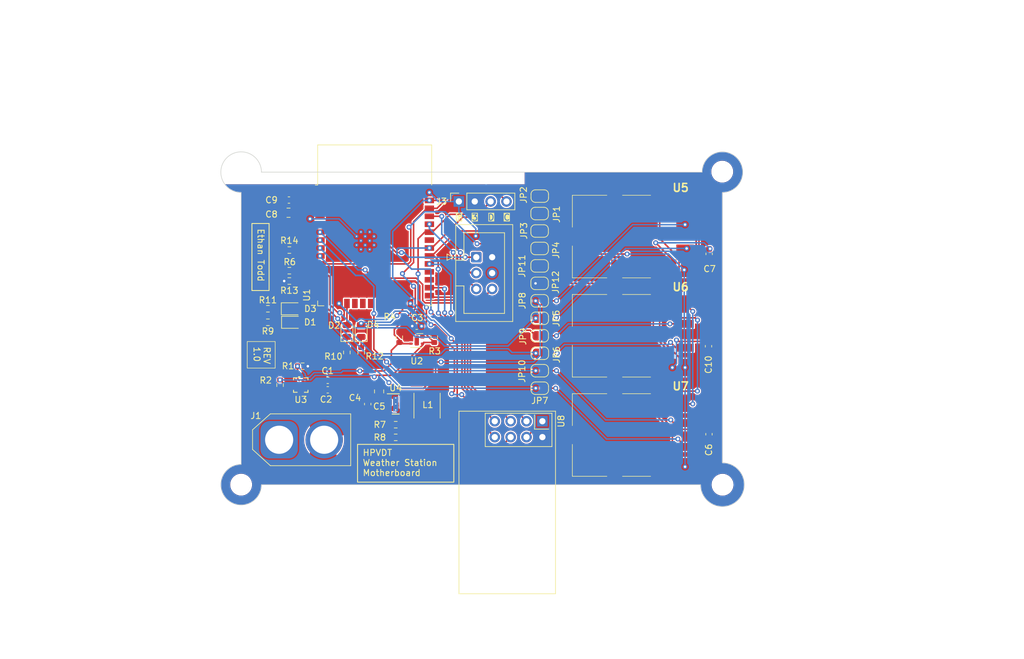
<source format=kicad_pcb>
(kicad_pcb (version 20221018) (generator pcbnew)
  (title_block (title "Weather station motherboard") (rev "1.0"))
  (layers (0 "F.Cu" signal) (31 "B.Cu" signal) (34 "B.Paste" user) (35 "F.Paste" user) (36 "B.SilkS" user "B.Silkscreen") (37 "F.SilkS" user "F.Silkscreen") (38 "B.Mask" user) (39 "F.Mask" user) (44 "Edge.Cuts" user))
  (net 0 "")
  (net 1 "GND")
  (net 2 "/EN")
  (net 3 "+3.3V")
  (net 4 "/TX")
  (net 5 "/RX")
  (net 6 "/IO0")
  (net 7 "/MISO_S")
  (net 8 "/MISO")
  (net 9 "/MOSI_S")
  (net 10 "/MOSI")
  (net 11 "/SCK_S")
  (net 12 "/SCK")
  (net 13 "/nRST_S")
  (net 14 "/nRST")
  (net 15 "/DAV_{1}_S")
  (net 16 "/DAV_{1}")
  (net 17 "/DAV_{2}_S")
  (net 18 "/DAV_{2}")
  (net 19 "/DAV_{3}_S")
  (net 20 "/DAV_{3}")
  (net 21 "/nSS_{1}_S")
  (net 22 "/nSS_{1}")
  (net 23 "/nSS_{2}_S")
  (net 24 "/nSS_{2}")
  (net 25 "/nSS_{3}_S")
  (net 26 "/nSS_{3}")
  (net 27 "GND1")
  (net 28 "+3.3VP")
  (net 31 "Net-(D1-K)")
  (net 32 "Net-(D3-A)")
  (net 33 "Net-(D1-A)")
  (net 34 "Net-(D2-A)")
  (net 41 "Net-(D4-A)")
  (net 42 "/RF_{INT}")
  (net 43 "/RF_{EN}")
  (net 46 "/RF_{SEL}")
  (net 48 "/SDA")
  (net 49 "/SCL")
  (net 52 "Net-(U4-~{SLEEP})")
  (net 53 "Net-(U4-SW)")
  (net 63 "Net-(J1-Pin_2)")
  (net 64 "Net-(D2-K)")
  (net 65 "Net-(D3-K)")
  (net 66 "Net-(D4-K)")
  (footprint "MountingHole:MountingHole_3mm" (layer "F.Cu") (at 205.77 138.26)
    (fp_text reference "H2" hide)
    (fp_text value "MountingHole" hide)
  )
  (footprint "Connector_IDC:IDC-Header_2x03_P2.54mm_Vertical" (layer "F.Cu") (at 166.37 101.854)
    (fp_text reference "J2" hide)
    (fp_text value "Conn_02x03_Odd_Even" hide)
  )
  (footprint "Jumper:SolderJumper-2_P1.3mm_Open_RoundedPad1.0x1.5mm" (layer "F.Cu") (at 176.53 120.015 180)
    (fp_text reference "JP10")
    (fp_text value "SolderJumper_2_Open" hide)
  )
  (footprint "Resistor_SMD:R_0603_1608Metric" (layer "F.Cu") (at 136.461 105.664 180)
    (fp_text reference "R13")
    (fp_text value "10k")
  )
  (footprint "Resistor_SMD:R_0603_1608Metric" (layer "F.Cu") (at 133.033 110.109 180)
    (fp_text reference "R11")
    (fp_text value "130R")
  )
  (footprint "LED_SMD:LED_0805_2012Metric" (layer "F.Cu") (at 147.955 113.665 90)
    (fp_text reference "D4")
    (fp_text value "LED")
  )
  (footprint "Connector_PinSocket_2.54mm:PinSocket_1x04_P2.54mm_Vertical" (layer "F.Cu") (at 163.586 92.939 90)
    (fp_text reference "J3")
    (fp_text value "Conn_01x04" hide)
  )
  (footprint "Capacitor_SMD:C_0603_1608Metric" (layer "F.Cu") (at 203.6 130.175 -90)
    (fp_text reference "C6")
    (fp_text value "100n")
  )
  (footprint "Jumper:SolderJumper-2_P1.3mm_Open_RoundedPad1.0x1.5mm" (layer "F.Cu") (at 176.515 114.427 180)
    (fp_text reference "JP9")
    (fp_text value "SolderJumper_2_Open" hide)
  )
  (footprint "Jumper:SolderJumper-2_P1.3mm_Open_RoundedPad1.0x1.5mm" (layer "F.Cu") (at 176.53 122.809 180)
    (fp_text reference "JP7")
    (fp_text value "SolderJumper_2_Open" hide)
  )
  (footprint "Resistor_SMD:R_0603_1608Metric" (layer "F.Cu") (at 153.48 130.683 180)
    (fp_text reference "R8")
    (fp_text value "10k")
  )
  (footprint "Capacitor_SMD:C_0603_1608Metric" (layer "F.Cu") (at 142.6086 123.078748)
    (fp_text reference "C2")
    (fp_text value "100n")
  )
  (footprint "Capacitor_SMD:C_0805_2012Metric" (layer "F.Cu") (at 136.332 94.742 180)
    (fp_text reference "C8")
    (fp_text value "10u")
  )
  (footprint "Jumper:SolderJumper-2_P1.3mm_Open_RoundedPad1.0x1.5mm" (layer "F.Cu") (at 176.5 94.869 180)
    (fp_text reference "JP1")
    (fp_text value "SolderJumper_2_Open" hide)
  )
  (footprint "MountingHole:MountingHole_3mm" (layer "F.Cu") (at 128.75 138.25)
    (fp_text reference "H4" hide)
    (fp_text value "MountingHole" hide)
  )
  (footprint "Resistor_SMD:R_0603_1608Metric" (layer "F.Cu") (at 154.06 114.673 -90)
    (fp_text reference "R4")
    (fp_text value "10k")
  )
  (footprint "Capacitor_SMD:C_0603_1608Metric" (layer "F.Cu") (at 203.625 101.325 -90)
    (fp_text reference "C7")
    (fp_text value "100n")
  )
  (footprint "Connector_AMASS:AMASS_XT60-F_1x02_P7.20mm_Vertical" (layer "F.Cu") (at 134.83 131.064)
    (fp_text reference "J1")
    (fp_text value "Conn_01x02" hide)
  )
  (footprint "Inductor_SMD:L_Taiyo-Yuden_MD-4040" (layer "F.Cu") (at 158.496 125.603 90)
    (fp_text reference "L1")
    (fp_text value "10u")
  )
  (footprint "BMP390-footprints:LGA10_BMP390_BOS" (layer "F.Cu") (at 138.2903 122.308874)
    (fp_text reference "U3")
    (fp_text value "BMP390")
  )
  (footprint "Capacitor_SMD:C_0603_1608Metric" (layer "F.Cu") (at 203.525 116.1 -90)
    (fp_text reference "C10")
    (fp_text value "100n")
  )
  (footprint "Resistor_SMD:R_0603_1608Metric" (layer "F.Cu") (at 159.648 114.673 -90)
    (fp_text reference "R3")
    (fp_text value "10k")
  )
  (footprint "Jumper:SolderJumper-2_P1.3mm_Open_RoundedPad1.0x1.5mm" (layer "F.Cu") (at 176.53 111.633 180)
    (fp_text reference "JP5")
    (fp_text value "SolderJumper_2_Open" hide)
  )
  (footprint "Sensor_Humidity:Sensirion_DFN-4-1EP_2x2mm_P1mm_EP0.7x1.6mm" (layer "F.Cu") (at 156.845 115.189)
    (fp_text reference "U2")
    (fp_text value "SHTC3")
  )
  (footprint "MountingHole:MountingHole_3mm" (layer "F.Cu") (at 205.72 88.17)
    (fp_text reference "H3" hide)
    (fp_text value "MountingHole" hide)
  )
  (footprint "RF_Module:ESP32-WROOM-32D" (layer "F.Cu") (at 150.1168 99.747874)
    (fp_text reference "U1")
    (fp_text value "ESP32-WROOM-32" hide)
  )
  (footprint "Resistor_SMD:R_0603_1608Metric" (layer "F.Cu") (at 145.669 117.094 -90)
    (fp_text reference "R10")
    (fp_text value "130R")
  )
  (footprint "Capacitor_SMD:C_0603_1608Metric" (layer "F.Cu") (at 156.841 112.895)
    (fp_text reference "C3")
    (fp_text value "100n")
  )
  (footprint "Jumper:SolderJumper-2_P1.3mm_Open_RoundedPad1.0x1.5mm" (layer "F.Cu") (at 176.5 106.045 180)
    (fp_text reference "JP12")
    (fp_text value "SolderJumper_2_Open" hide)
  )
  (footprint "MountingHole:MountingHole_3mm" (layer "F.Cu") (at 128.7 88.25)
    (fp_text reference "H1" hide)
    (fp_text value "MountingHole" hide)
  )
  (footprint "RF_Module:nRF24L01_Breakout" (layer "F.Cu") (at 176.948 128.097 -90)
    (fp_text reference "U8")
    (fp_text value "NRF24L01_Breakout")
  )
  (footprint "pressureSensorFootprintLibrary:HV120SM02C" (layer "F.Cu") (at 191.263 114.427)
    (fp_text reference "U6")
    (fp_text value "~")
  )
  (footprint "Resistor_SMD:R_0603_1608Metric" (layer "F.Cu") (at 136.462 100.711 180)
    (fp_text reference "R14")
    (fp_text value "10k")
  )
  (footprint "Resistor_SMD:R_0603_1608Metric" (layer "F.Cu") (at 138.5946 119.298748 180)
    (fp_text reference "R1")
    (fp_text value "4.7k")
  )
  (footprint "Resistor_SMD:R_0603_1608Metric" (layer "F.Cu") (at 147.955 117.1425 -90)
    (fp_text reference "R12")
    (fp_text value "130R")
  )
  (footprint "pressureSensorFootprintLibrary:HV120SM02C" (layer "F.Cu") (at 191.262 130.302)
    (fp_text reference "U7")
    (fp_text value "~")
  )
  (footprint "Resistor_SMD:R_0603_1608Metric" (layer "F.Cu") (at 134.9756 122.316748 -90)
    (fp_text reference "R2")
    (fp_text value "4.7k")
  )
  (footprint "Package_SON:WSON-10-1EP_2x3mm_P0.5mm_EP0.84x2.4mm_ThermalVias" (layer "F.Cu") (at 153.477 125.333)
    (fp_text reference "U4")
    (fp_text value "TPS62177DQC" hide)
  )
  (footprint "pressureSensorFootprintLibrary:HV120SM02C" (layer "F.Cu") (at 191.264 98.552)
    (fp_text reference "U5")
    (fp_text value "~")
  )
  (footprint "Jumper:SolderJumper-2_P1.3mm_Open_RoundedPad1.0x1.5mm" (layer "F.Cu") (at 176.5 103.251 180)
    (fp_text reference "JP11")
    (fp_text value "SolderJumper_2_Open" hide)
  )
  (footprint "Jumper:SolderJumper-2_P1.3mm_Open_RoundedPad1.0x1.5mm" (layer "F.Cu") (at 176.53 92.075 180)
    (fp_text reference "JP2")
    (fp_text value "SolderJumper_2_Open" hide)
  )
  (footprint "Jumper:SolderJumper-2_P1.3mm_Open_RoundedPad1.0x1.5mm" (layer "F.Cu") (at 176.545 117.221 180)
    (fp_text reference "JP6")
    (fp_text value "SolderJumper_2_Open" hide)
  )
  (footprint "Capacitor_SMD:C_0603_1608Metric" (layer "F.Cu") (at 149 125.353 90)
    (fp_text reference "C4")
    (fp_text value "2.2u")
  )
  (footprint "Capacitor_SMD:C_0805_2012Metric" (layer "F.Cu") (at 150.825 123.325 -90)
    (fp_text reference "C5")
    (fp_text value "22u")
  )
  (footprint "Jumper:SolderJumper-2_P1.3mm_Open_RoundedPad1.0x1.5mm" (layer "F.Cu") (at 176.5 100.457 180)
    (fp_text reference "JP4")
    (fp_text value "SolderJumper_2_Open" hide)
  )
  (footprint "Jumper:SolderJumper-2_P1.3mm_Open_RoundedPad1.0x1.5mm" (layer "F.Cu") (at 176.515 108.839 180)
    (fp_text reference "JP8")
    (fp_text value "SolderJumper_2_Open" hide)
  )
  (footprint "LED_SMD:LED_0805_2012Metric" (layer "F.Cu") (at 136.8575 110.109)
    (fp_text reference "D3")
    (fp_text value "LED")
  )
  (footprint "LED_SMD:LED_0805_2012Metric" (layer "F.Cu") (at 136.906 112.268)
    (fp_text reference "D1")
    (fp_text value "LED")
  )
  (footprint "Resistor_SMD:R_0603_1608Metric" (layer "F.Cu") (at 133.033 112.268 180)
    (fp_text reference "R9")
    (fp_text value "130R")
  )
  (footprint "Capacitor_SMD:C_0603_1608Metric" (layer "F.Cu") (at 142.6086 121.554748)
    (fp_text reference "C1")
    (fp_text value "100n")
  )
  (footprint "LED_SMD:LED_0805_2012Metric" (layer "F.Cu") (at 145.669 113.6495 90)
    (fp_text reference "D2")
    (fp_text value "LED")
  )
  (footprint "Jumper:SolderJumper-2_P1.3mm_Open_RoundedPad1.0x1.5mm" (layer "F.Cu") (at 176.5 97.663 180)
    (fp_text reference "JP3")
    (fp_text value "SolderJumper_2_Open" hide)
  )
  (footprint "Resistor_SMD:R_0603_1608Metric" (layer "F.Cu") (at 153.48 128.651)
    (fp_text reference "R7")
    (fp_text value "20k")
  )
  (footprint "Capacitor_SMD:C_0603_1608Metric" (layer "F.Cu") (at 136.398 92.71 180)
    (fp_text reference "C9")
    (fp_text value "100n")
  )
  (footprint "Resistor_SMD:R_0603_1608Metric" (layer "F.Cu") (at 136.461 104.013 180)
    (fp_text reference "R6")
    (fp_text value "10k")
  )
  (gr_arc (start 205.75 134.75) (mid 208.224874 140.724874) (end 202.25 138.25) (stroke (width 0.1)) (layer "Edge.Cuts"))
  (gr_line (start 202.25 138.25) (end 132 138.25) (stroke (width 0.1)) (layer "Edge.Cuts"))
  (gr_line (start 205.75 91.5) (end 205.75 134.75) (stroke (width 0.1)) (layer "Edge.Cuts"))
  (gr_line (start 128.75 135) (end 128.75 93.25) (stroke (width 0.1)) (layer "Edge.Cuts"))
  (gr_arc (start 132 138.25) (mid 126.451903 140.548097) (end 128.75 135) (stroke (width 0.1)) (layer "Edge.Cuts"))
  (gr_arc (start 202.5 88.25) (mid 208.048097 85.951903) (end 205.75 91.5) (stroke (width 0.1)) (layer "Edge.Cuts"))
  (gr_line (start 128.75 91.5) (end 128.75 93.25) (stroke (width 0.1)) (layer "Edge.Cuts"))
  (gr_arc (start 128.75 91.5) (mid 126.451903 85.951903) (end 132 88.25) (stroke (width 0.1)) (layer "Edge.Cuts"))
  (gr_line (start 132 88.25) (end 202.5 88.25) (stroke (width 0.1)) (layer "Edge.Cuts"))
  (gr_text "D" (at 168.15 96.075) (layer "F.SilkS" knockout) (effects (font (size 1 1)) (justify left bottom)))
  (gr_text "3" (at 165.575 96.075) (layer "F.SilkS" knockout) (effects (font (size 1 1)) (justify left bottom)))
  (gr_text "G" (at 163 96.075) (layer "F.SilkS" knockout) (effects (font (size 1 1)) (justify left bottom)))
  (gr_text "C" (at 170.65 96.075) (layer "F.SilkS" knockout) (effects (font (size 1 1)) (justify left bottom)))
  (gr_text_box "Ethan Todd" (start 133.225 96.4625) (end 130.475 107.1875) (angle 270) (layer "F.SilkS") (effects (font (size 1 1)) (justify left top)) (stroke (width 0.15)))
  (gr_text_box "REV ${REVISION}" (start 134.2 115.35) (end 129.725 119.6) (angle 270) (layer "F.SilkS") (effects (font (size 1 1)) (justify left top)) (stroke (width 0.1)))
  (gr_text_box "HPVDT\nWeather Station Motherboard\n" (start 147.375 131.8) (end 162.775 137.85) (layer "F.SilkS") (effects (font (size 1 1)) (justify left top)) (stroke (width 0.15)))
  (segment (start 167.735 103.219) (end 168.91 104.394) (width 0.25) (layer "F.Cu") (net 1))
  (segment (start 139.0396 122.308874) (end 139.0396 122.809) (width 0.25) (layer "F.Cu") (net 1))
  (segment (start 157.616 112.895) (end 157.616 114.535) (width 0.25) (layer "F.Cu") (net 1))
  (segment (start 163.586 92.939) (end 163.061 92.939) (width 0.25) (layer "F.Cu") (net 1))
  (segment (start 165.772 98.978) (end 165.772 100.022) (width 0.25) (layer "F.Cu") (net 1))
  (segment (start 157.616 114.535) (end 157.77 114.689) (width 0.25) (layer "F.Cu") (net 1))
  (segment (start 166.288299 98.461701) (end 165.772 98.978) (width 0.25) (layer "F.Cu") (net 1))
  (segment (start 175.85 103.251) (end 174.707 104.394) (width 0.25) (layer "F.Cu") (net 1))
  (segment (start 174.707 104.394) (end 168.91 104.394) (width 0.25) (layer "F.Cu") (net 1))
  (segment (start 137.282 94.742) (end 138.265 95.725) (width 0.25) (layer "F.Cu") (net 1))
  (segment (start 167.735 101.205826) (end 167.735 103.219) (width 0.25) (layer "F.Cu") (net 1))
  (segment (start 166.429 100.679) (end 167.208174 100.679) (width 0.25) (layer "F.Cu") (net 1))
  (segment (start 138.265 95.725) (end 139.775 95.725) (width 0.25) (layer "F.Cu") (net 1))
  (segment (start 167.208174 100.679) (end 167.735 101.205826) (width 0.25) (layer "F.Cu") (net 1))
  (segment (start 165.772 100.022) (end 166.429 100.679) (width 0.25) (layer "F.Cu") (net 1))
  (segment (start 147.9168 99.192874) (end 148.5918 98.517874) (width 0.25) (layer "F.Cu") (net 1))
  (segment (start 147.9168 99.217874) (end 147.9168 99.192874) (width 0.25) (layer "F.Cu") (net 1))
  (via (at 157.616 112.895) (size 0.8) (drill 0.4) (layers "F.Cu" "B.Cu") (net 1))
  (via (at 158.8668 91.497874) (size 0.8) (drill 0.4) (layers "F.Cu" "B.Cu") (net 1))
  (via (at 166.288299 98.461701) (size 0.8) (drill 0.4) (layers "F.Cu" "B.Cu") (net 1))
  (via (at 144.4068 109.257874) (size 0.8) (drill 0.4) (layers "F.Cu" "B.Cu") (net 1))
  (via (at 139.775 95.725) (size 0.8) (drill 0.4) (layers "F.Cu" "B.Cu") (net 1))
  (segment (start 152.041195 111.818) (end 148.368805 111.818) (width 0.25) (layer "B.Cu") (net 1))
  (segment (start 148.368805 111.818) (end 148.255305 111.7045) (width 0.25) (layer "B.Cu") (net 1))
  (segment (start 155.2105 110.4895) (end 153.369695 110.4895) (width 0.25) (layer "B.Cu") (net 1))
  (segment (start 166.288299 97.288299) (end 166.288299 98.461701) (width 0.25) (layer "B.Cu") (net 1))
  (segment (start 139.775 95.725) (end 144.423926 95.725) (width 0.25) (layer "B.Cu") (net 1))
  (segment (start 166.288299 97.288299) (end 163.586 94.586) (width 0.25) (layer "B.Cu") (net 1))
  (segment (start 157.616 112.895) (end 155.2105 110.4895) (width 0.25) (layer "B.Cu") (net 1))
  (segment (start 160.307926 92.939) (end 158.8668 91.497874) (width 0.25) (layer "B.Cu") (net 1))
  (segment (start 144.423926 95.725) (end 147.2168 98.517874) (width 0.25) (layer "B.Cu") (net 1))
  (segment (start 163.586 94.586) (end 163.586 92.939) (width 0.25) (layer "B.Cu") (net 1))
  (segment (start 148.255305 111.7045) (end 147.654695 111.7045) (width 0.25) (layer "B.Cu") (net 1))
  (segment (start 163.586 92.939) (end 160.307926 92.939) (width 0.25) (layer "B.Cu") (net 1))
  (segment (start 147.654695 111.7045) (end 147.25406 112.105134) (width 0.25) (layer "B.Cu") (net 1))
  (segment (start 147.25406 112.105134) (end 144.4068 109.257874) (width 0.25) (layer "B.Cu") (net 1))
  (segment (start 153.369695 110.4895) (end 152.041195 111.818) (width 0.25) (layer "B.Cu") (net 1))
  (segment (start 148.758377 94.037874) (end 141.3668 94.037874) (width 0.25) (layer "F.Cu") (net 2))
  (segment (start 154.405114 101.112374) (end 153.563374 101.112374) (width 0.25) (layer "F.Cu") (net 2))
  (segment (start 166.37 101.854) (end 164.592 101.854) (width 0.25) (layer "F.Cu") (net 2))
  (segment (start 152.019 99.568) (end 152.019 97.298497) (width 0.25) (layer "F.Cu") (net 2))
  (segment (start 153.563374 101.112374) (end 152.019 99.568) (width 0.25) (layer "F.Cu") (net 2))
  (segment (start 152.019 97.298497) (end 148.758377 94.037874) (width 0.25) (layer "F.Cu") (net 2))
  (via (at 154.405114 101.112374) (size 0.8) (drill 0.4) (layers "F.Cu" "B.Cu") (net 2))
  (via (at 164.592 101.854) (size 0.8) (drill 0.4) (layers "F.Cu" "B.Cu") (net 2))
  (segment (start 155.591497 101.870497) (end 164.575503 101.870497) (width 0.25) (layer "B.Cu") (net 2))
  (segment (start 154.833374 101.112374) (end 155.591497 101.870497) (width 0.25) (layer "B.Cu") (net 2))
  (segment (start 154.405114 101.112374) (end 154.833374 101.112374) (width 0.25) (layer "B.Cu") (net 2))
  (segment (start 164.575503 101.870497) (end 164.592 101.854) (width 0.25) (layer "B.Cu") (net 2))
  (segment (start 140.44685 92.767874) (end 141.3668 92.767874) (width 1) (layer "F.Cu") (net 3))
  (segment (start 136.176 91.535) (end 139.213976 91.535) (width 1) (layer "F.Cu") (net 3))
  (segment (start 159.695 113.848) (end 159.766 113.919) (width 0.25) (layer "F.Cu") (net 3))
  (segment (start 134.9756 123.141748) (end 137.208252 123.141748) (width 0.25) (layer "F.Cu") (net 3))
  (segment (start 138.040237 122.581917) (end 138.040237 123.058174) (width 0.25) (layer "F.Cu") (net 3))
  (segment (start 141.828774 121.559574) (end 141.8336 121.554748) (width 0.25) (layer "F.Cu") (net 3))
  (segment (start 139.4196 120.680337) (end 138.540363 121.559574) (width 0.25) (layer "F.Cu") (net 3))
  (segment (start 159.636 124.203) (end 158.496 124.203) (width 0.25) (layer "F.Cu") (net 3))
  (segment (start 154.06 113.848) (end 154.091 113.879) (width 0.25) (layer "F.Cu") (net 3))
  (segment (start 155.92 114.689) (end 154.901 114.689) (width 0.25) (layer "F.Cu") (net 3))
  (segment (start 135.623 92.088) (end 136.176 91.535) (width 1) (layer "F.Cu") (net 3))
  (segment (start 139.213976 91.535) (end 140.44685 92.767874) (width 1) (layer "F.Cu") (net 3))
  (segment (start 138.789537 121.808748) (end 138.540363 121.559574) (width 0.25) (layer "F.Cu") (net 3))
  (segment (start 137.790174 123.058174) (end 137.541 122.809) (width 0.25) (layer "F.Cu") (net 3))
  (segment (start 154.901 114.689) (end 154.091 113.879) (width 0.25) (layer "F.Cu") (net 3))
  (segment (start 159.648 113.848) (end 159.695 113.848) (width 0.25) (layer "F.Cu") (net 3))
  (segment (start 175.085 132.5) (end 167.933 132.5) (width 0.25) (layer "F.Cu") (net 3))
  (segment (start 138.540363 122.081791) (end 138.040237 122.581917) (width 0.25) (layer "F.Cu") (net 3))
  (segment (start 138.040237 123.058174) (end 137.790174 123.058174) (width 0.25) (layer "F.Cu") (net 3))
  (segment (start 138.540363 121.559574) (end 138.540363 122.081791) (width 0.25) (layer "F.Cu") (net 3))
  (segment (start 156.105 112.895) (end 156.125 112.875) (width 0.25) (layer "F.Cu") (net 3))
  (segment (start 167.933 132.5) (end 159.636 124.203) (width 0.25) (layer "F.Cu") (net 3))
  (segment (start 135.623 92.71) (end 135.623 92.088) (width 1) (layer "F.Cu") (net 3))
  (segment (start 137.208252 123.141748) (end 137.541 122.809) (width 0.25) (layer "F.Cu") (net 3))
  (segment (start 156.066 112.895) (end 156.105 112.895) (width 0.25) (layer "F.Cu") (net 3))
  (segment (start 139.0396 121.808748) (end 138.789537 121.808748) (width 0.25) (layer "F.Cu") (net 3))
  (segment (start 176.948 130.637) (end 175.085 132.5) (width 0.25) (layer "F.Cu") (net 3))
  (segment (start 158.366 124.333) (end 158.496 124.203) (width 0.25) (layer "F.Cu") (net 3))
  (segment (start 139.4196 119.298748) (end 139.4196 120.680337) (width 0.25) (layer "F.Cu") (net 3))
  (via (at 135.636 105.664) (size 0.8) (drill 0.4) (layers "F.Cu" "B.Cu") (net 3))
  (via (at 175.85 106.045) (size 0.8) (drill 0.4) (layers "F.Cu" "B.Cu") (net 3))
  (via (at 156.125 112.875) (size 0.8) (drill 0.4) (layers "F.Cu" "B.Cu") (net 3))
  (via (at 139.4196 119.298748) (size 0.8) (drill 0.4) (layers "F.Cu" "B.Cu") (net 3))
  (segment (start 139.4196 109.4476) (end 135.636 105.664) (width 1) (layer "B.Cu") (net 3))
  (segment (start 139.4196 119.298748) (end 139.4196 109.4476) (width 1) (layer "B.Cu") (net 3))
  (segment (start 163.83 102.704) (end 163.83 101.1295) (width 0.25) (layer "F.Cu") (net 4))
  (segment (start 166.37 104.394) (end 165.52 104.394) (width 0.25) (layer "F.Cu") (net 4))
  (segment (start 165.52 104.394) (end 163.83 102.704) (width 0.25) (layer "F.Cu") (net 4))
  (segment (start 158.868126 95.3092) (end 158.8668 95.307874) (width 0.25) (layer "F.Cu") (net 4))
  (segment (start 160.8412 95.3092) (end 158.868126 95.3092) (width 0.25) (layer "F.Cu") (net 4))
  (via (at 163.83 101.1295) (size 0.8) (drill 0.4) (layers "F.Cu" "B.Cu") (net 4))
  (via (at 160.8412 95.3092) (size 0.8) (drill 0.4) (layers "F.Cu" "B.Cu") (net 4))
  (segment (start 163.83 101.1295) (end 160.8412 98.1407) (width 0.25) (layer "B.Cu") (net 4))
  (segment (start 160.8412 98.1407) (end 160.8412 95.3092) (width 0.25) (layer "B.Cu") (net 4))
  (segment (start 166.37 106.934) (end 162.687 103.251) (width 0.25) (layer "F.Cu") (net 5))
  (segment (start 162.687 103.251) (end 162.687 101.092) (width 0.25) (layer "F.Cu") (net 5))
  (via (at 162.687 101.092) (size 0.8) (drill 0.4) (layers "F.Cu" "B.Cu") (net 5))
  (via (at 158.8668 96.577874) (size 0.8) (drill 0.4) (layers "F.Cu" "B.Cu") (net 5))
  (segment (start 162.687 101.092) (end 158.8668 97.2718) (width 0.25) (layer "B.Cu") (net 5))
  (segment (start 158.8668 97.2718) (end 158.8668 96.577874) (width 0.25) (layer "B.Cu") (net 5))
  (segment (start 168.91 106.934) (end 167.594 108.25) (width 0.25) (layer "F.Cu") (net 6))
  (segment (start 159.108926 108.25) (end 158.8668 108.007874) (width 0.25) (layer "F.Cu") (net 6))
  (segment (start 167.594 108.25) (end 159.108926 108.25) (width 0.25) (layer "F.Cu") (net 6))
  (segment (start 198.188305 111.557) (end 201.410045 111.557) (width 0.25) (layer "F.Cu") (net 7))
  (segment (start 197.744 92.077) (end 197.419 91.752) (width 0.25) (layer "F.Cu") (net 7))
  (segment (start 199.22938 123.275) (end 197.742 124.76238) (width 0.25) (layer "F.Cu") (net 7))
  (segment (start 197.743 108.835) (end 197.743 109.347) (width 0.25) (layer "F.Cu") (net 7))
  (segment (start 201.410045 111.557) (end 201.7675 111.914455) (width 0.25) (layer "F.Cu") (net 7))
  (segment (start 197.742 124.76238) (end 197.742 125.222) (width 0.25) (layer "F.Cu") (net 7))
  (segment (start 197.419 91.752) (end 180.267 91.752) (width 0.25) (layer "F.Cu") (net 7))
  (segment (start 201.549 95.92738) (end 201.549 105.029) (width 0.25) (layer "F.Cu") (net 7))
  (segment (start 201.549 105.029) (end 197.743 108.835) (width 0.25) (layer "F.Cu") (net 7))
  (segment (start 198.559 95.682) (end 201.30362 95.682) (width 0.25) (layer "F.Cu") (net 7))
  (segment (start 197.743 109.347) (end 197.743 111.111695) (width 0.25) (layer "F.Cu") (net 7))
  (segment (start 201.75 123.275) (end 199.22938 123.275) (width 0.25) (layer "F.Cu") (net 7))
  (segment (start 201.30362 95.682) (end 201.549 95.92738) (width 0.25) (layer "F.Cu") (net 7))
  (segment (start 180.267 91.752) (end 177.15 94.869) (width 0.25) (layer "F.Cu") (net 7))
  (segment (start 197.744 93.472) (end 197.744 94.867) (width 0.25) (layer "F.Cu") (net 7))
  (segment (start 197.743 111.111695) (end 198.188305 111.557) (width 0.25) (layer "F.Cu") (net 7))
  (segment (start 197.744 94.867) (end 198.559 95.682) (width 0.25) (layer "F.Cu") (net 7))
  (segment (start 197.744 93.472) (end 197.744 92.077) (width 0.25) (layer "F.Cu") (net 7))
  (via (at 201.75 123.275) (size 0.8) (drill 0.4) (layers "F.Cu" "B.Cu") (net 7))
  (via (at 201.7675 111.914455) (size 0.8) (drill 0.4) (layers "F.Cu" "B.Cu") (net 7))
  (segment (start 201.7675 111.914455) (end 201.7675 123.2575) (width 0.25) (layer "B.Cu") (net 7))
  (segment (start 201.7675 123.2575) (end 201.75 123.275) (width 0.25) (layer "B.Cu") (net 7))
  (segment (start 175.273 95.446) (end 164.198294 95.446) (width 0.25) (layer "F.Cu") (net 8))
  (segment (start 164.084 122.853) (end 164.084 115.5855) (width 0.25) (layer "F.Cu") (net 8))
  (segment (start 169.328 128.097) (end 164.084 122.853) (width 0.25) (layer "F.Cu") (net 8))
  (segment (start 175.85 94.869) (end 175.273 95.446) (width 0.25) (layer "F.Cu") (net 8))
  (segment (start 164.084 115.5855) (end 159.1155 110.617) (width 0.25) (layer "F.Cu") (net 8))
  (segment (start 159.25642 100.387874) (end 158.8668 100.387874) (width 0.25) (layer "F.Cu") (net 8))
  (segment (start 164.198294 95.446) (end 159.25642 100.387874) (width 0.25) (layer "F.Cu") (net 8))
  (via (at 158.8668 100.387874) (size 0.8) (drill 0.4) (layers "F.Cu" "B.Cu") (net 8))
  (via (at 159.1155 110.617) (size 0.8) (drill 0.4) (layers "F.Cu" "B.Cu") (net 8))
  (segment (start 153.680114 101.412679) (end 156.026435 103.759) (width 0.25) (layer "B.Cu") (net 8))
  (segment (start 153.856821 100.387874) (end 153.680114 100.564581) (width 0.25) (layer "B.Cu") (net 8))
  (segment (start 159.1155 103.8705) (end 159.1155 110.617) (width 0.25) (layer "B.Cu") (net 8))
  (segment (start 153.680114 100.564581) (end 153.680114 101.412679) (width 0.25) (layer "B.Cu") (net 8))
  (segment (start 156.026435 103.759) (end 159.004 103.759) (width 0.25) (layer "B.Cu") (net 8))
  (segment (start 158.8668 100.387874) (end 153.856821 100.387874) (width 0.25) (layer "B.Cu") (net 8))
  (segment (start 159.004 103.759) (end 159.1155 103.8705) (width 0.25) (layer "B.Cu") (net 8))
  (segment (start 199.774 93.472) (end 201.999 95.697) (width 0.25) (layer "F.Cu") (net 9))
  (segment (start 201.999 107.121) (end 199.773 109.347) (width 0.25) (layer "F.Cu") (net 9))
  (segment (start 199.774 93.472) (end 199.774 92.077) (width 0.25) (layer "F.Cu") (net 9))
  (segment (start 201.999 95.697) (end 201.999 107.121) (width 0.25) (layer "F.Cu") (net 9))
  (segment (start 177.953 91.302) (end 177.18 92.075) (width 0.25) (layer "F.Cu") (net 9))
  (segment (start 199.774 92.077) (end 198.999 91.302) (width 0.25) (layer "F.Cu") (net 9))
  (segment (start 199.875 125.325) (end 199.772 125.222) (width 0.25) (layer "F.Cu") (net 9))
  (segment (start 201 125.325) (end 199.875 125.325) (width 0.25) (layer "F.Cu") (net 9))
  (segment (start 198.999 91.302) (end 177.953 91.302) (width 0.25) (layer "F.Cu") (net 9))
  (segment (start 199.773 109.347) (end 199.822 109.347) (width 0.25) (layer "F.Cu") (net 9))
  (segment (start 199.822 109.347) (end 201 110.525) (width 0.25) (layer "F.Cu") (net 9))
  (via (at 201 125.325) (size 0.8) (drill 0.4) (layers "F.Cu" "B.Cu") (net 9))
  (via (at 201 110.525) (size 0.8) (drill 0.4) (layers "F.Cu" "B.Cu") (net 9))
  (segment (start 201 110.525) (end 201 125.325) (width 0.25) (layer "B.Cu") (net 9))
  (segment (start 163.317254 115.843352) (end 162.357451 114.883549) (width 0.25) (layer "F.Cu") (net 10))
  (segment (start 175.119 91.314) (end 170.814 91.314) (width 0.25) (layer "F.Cu") (net 10))
  (segment (start 160.72273 92.767874) (end 158.8668 92.767874) (width 0.25) (layer "F.Cu") (net 10))
  (segment (start 163.317254 126.360254) (end 163.317254 115.843352) (width 0.25) (layer "F.Cu") (net 10))
  (segment (start 170.505 132) (end 168.957 132) (width 0.25) (layer "F.Cu") (net 10))
  (segment (start 171.868 130.637) (end 170.505 132) (width 0.25) (layer "F.Cu") (net 10))
  (segment (start 170.814 91.314) (end 170.25 90.75) (width 0.25) (layer "F.Cu") (net 10))
  (segment (start 170.25 90.75) (end 162.740604 90.75) (width 0.25) (layer "F.Cu") (net 10))
  (segment (start 175.88 92.075) (end 175.119 91.314) (width 0.25) (layer "F.Cu") (net 10))
  (segment (start 162.740604 90.75) (end 160.72273 92.767874) (width 0.25) (layer "F.Cu") (net 10))
  (segment (start 168.957 132) (end 163.317254 126.360254) (width 0.25) (layer "F.Cu") (net 10))
  (via (at 158.8668 92.767874) (size 0.8) (drill 0.4) (layers "F.Cu" "B.Cu") (net 10))
  (via (at 162.357451 114.883549) (size 0.8) (drill 0.4) (layers "F.Cu" "B.Cu") (net 10))
  (segment (start 153 97.75) (end 157.982126 92.767874) (width 0.25) (layer "B.Cu") (net 10))
  (segment (start 159.190694 111.940694) (end 156.5618 109.3118) (width 0.25) (layer "B.Cu") (net 10))
  (segment (start 156.5618 109.3118) (end 156.5618 108.6828) (width 0.25) (layer "B.Cu") (net 10))
  (segment (start 159.552645 111.940694) (end 159.190694 111.940694) (width 0.25) (layer "B.Cu") (net 10))
  (segment (start 162.357451 114.883549) (end 162.357451 114.7455) (width 0.25) (layer "B.Cu") (net 10))
  (segment (start 153 105.121) (end 153 97.75) (width 0.25) (layer "B.Cu") (net 10))
  (segment (start 162.357451 114.7455) (end 159.552645 111.940694) (width 0.25) (layer "B.Cu") (net 10))
  (segment (start 157.982126 92.767874) (end 158.8668 92.767874) (width 0.25) (layer "B.Cu") (net 10))
  (segment (start 156.5618 108.6828) (end 153 105.121) (width 0.25) (layer "B.Cu") (net 10))
  (segment (start 198.814 101.99162) (end 198.814 105.05162) (width 0.25) (layer "F.Cu") (net 11))
  (segment (start 198.814 105.05162) (end 195.713 108.15262) (width 0.25) (layer "F.Cu") (net 11))
  (segment (start 198.813 120.92662) (end 195.712 124.02762) (width 0.25) (layer "F.Cu") (net 11))
  (segment (start 195.713 109.347) (end 195.713 114.76662) (width 0.25) (layer "F.Cu") (net 11))
  (segment (start 193.994 95.192) (end 179.621 95.192) (width 0.25) (layer "F.Cu") (net 11))
  (segment (start 179.621 95.192) (end 177.15 97.663) (width 0.25) (layer "F.Cu") (net 11))
  (segment (start 195.713 114.76662) (end 198.813 117.86662) (width 0.25) (layer "F.Cu") (net 11))
  (segment (start 195.712 124.02762) (end 195.712 125.222) (width 0.25) (layer "F.Cu") (net 11))
  (segment (start 194.0595 95.1265) (end 193.994 95.192) (width 0.25) (layer "F.Cu") (net 11))
  (segment (start 195.714 98.89162) (end 198.814 101.99162) (width 0.25) (layer "F.Cu") (net 11))
  (segment (start 198.813 117.86662) (end 198.813 120.92662) (width 0.25) (layer "F.Cu") (net 11))
  (segment (start 195.713 108.15262) (end 195.713 109.347) (width 0.25) (layer "F.Cu") (net 11))
  (segment (start 195.714 93.472) (end 195.714 98.89162) (width 0.25) (layer "F.Cu") (net 11))
  (segment (start 195.714 93.472) (end 194.0595 95.1265) (width 0.25) (layer "F.Cu") (net 11))
  (segment (start 163.251294 97.663) (end 159.25642 101.657874) (width 0.25) (layer "F.Cu") (net 12))
  (segment (start 160.274 102.315074) (end 159.6168 101.657874) (width 0.25) (layer "F.Cu") (net 12))
  (segment (start 171.868 128.097) (end 169.903302 126.132302) (width 0.25) (layer "F.Cu") (net 12))
  (segment (start 169.903302 126.132302) (end 167.999698 126.132302) (width 0.25) (layer "F.Cu") (net 12))
  (segment (start 175.85 97.663) (end 163.251294 97.663) (width 0.25) (layer "F.Cu") (net 12))
  (segment (start 164.534 122.666604) (end 164.534 115.010902) (width 0.25) (layer "F.Cu") (net 12))
  (segment (start 160.274 103.7535) (end 160.274 102.315074) (width 0.25) (layer "F.Cu") (net 12))
  (segment (start 159.6168 101.657874) (end 158.8668 101.657874) (width 0.25) (layer "F.Cu") (net 12))
  (segment (start 164.534 115.010902) (end 160.3116 110.788502) (width 0.25) (layer "F.Cu") (net 12))
  (segment (start 159.25642 101.657874) (end 158.8668 101.657874) (width 0.25) (layer "F.Cu") (net 12))
  (segment (start 167.999698 126.132302) (end 164.534 122.666604) (width 0.25) (layer "F.Cu") (net 12))
  (via (at 160.3116 110.788502) (size 0.8) (drill 0.4) (layers "F.Cu" "B.Cu") (net 12))
  (via (at 160.274 103.7535) (size 0.8) (drill 0.4) (layers "F.Cu" "B.Cu") (net 12))
  (segment (start 160.3116 110.788502) (end 160.3116 103.7911) (width 0.25) (layer "B.Cu") (net 12))
  (segment (start 160.3116 103.7911) (end 160.274 103.7535) (width 0.25) (layer "B.Cu") (net 12))
  (segment (start 178.039 101.346) (end 177.15 100.457) (width 0.25) (layer "F.Cu") (net 13))
  (segment (start 199.774 103.756) (end 199.644 103.886) (width 0.25) (layer "F.Cu") (net 13))
  (segment (start 199.774 103.632) (end 199.774 103.756) (width 0.25) (layer "F.Cu") (net 13))
  (segment (start 190.5 101.346) (end 178.039 101.346) (width 0.25) (layer "F.Cu") (net 13))
  (via (at 199.772 135.382) (size 0.8) (drill 0.4) (layers "F.Cu" "B.Cu") (net 13))
  (via (at 190.5 101.346) (size 0.8) (drill 0.4) (layers "F.Cu" "B.Cu") (net 13))
  (via (at 199.644 103.886) (size 0.8) (drill 0.4) (layers "F.Cu" "B.Cu") (net 13))
  (via (at 199.773 119.507) (size 0.8) (drill 0.4) (layers "F.Cu" "B.Cu") (net 13))
  (segment (start 199.644 114.911604) (end 199.644 103.886) (width 0.25) (layer "B.Cu") (net 13))
  (segment (start 199.773 115.040604) (end 199.644 114.911604) (width 0.25) (layer "B.Cu") (net 13))
  (segment (start 199.773 119.507) (end 199.773 115.040604) (width 0.25) (layer "B.Cu") (net 13))
  (segment (start 199.773 135.381) (end 199.772 135.382) (width 0.25) (layer "B.Cu") (net 13))
  (segment (start 199.644 119.378) (end 199.773 119.507) (width 0.25) (layer "B.Cu") (net 13))
  (segment (start 199.644 103.886) (end 197.104 101.346) (width 0.25) (layer "B.Cu") (net 13))
  (segment (start 199.773 119.507) (end 199.773 135.381) (width 0.25) (layer "B.Cu") (net 13))
  (segment (start 197.104 101.346) (end 190.5 101.346) (width 0.25) (layer "B.Cu") (net 13))
  (segment (start 155.887 97.320703) (end 155.6125 97.046203) (width 0.25) (layer "F.Cu") (net 14))
  (segment (start 155.47823 102.927874) (end 155.887 102.519104) (width 0.25) (layer "F.Cu") (net 14))
  (segment (start 155.887 102.519104) (end 155.887 97.320703) (width 0.25) (layer "F.Cu") (net 14))
  (segment (start 141.3668 102.927874) (end 155.47823 102.927874) (width 0.25) (layer "F.Cu") (net 14))
  (segment (start 166.497 99.695) (end 175.088 99.695) (width 0.25) (layer "F.Cu") (net 14))
  (segment (start 175.088 99.695) (end 175.85 100.457) (width 0.25) (layer "F.Cu") (net 14))
  (via (at 155.6125 97.046203) (size 0.8) (drill 0.4) (layers "F.Cu" "B.Cu") (net 14))
  (via (at 166.497 99.695) (size 0.8) (drill 0.4) (layers "F.Cu" "B.Cu") (net 14))
  (segment (start 161.3862 94.5842) (end 166.497 99.695) (width 0.25) (layer "B.Cu") (net 14))
  (segment (start 155.6125 97.046203) (end 158.074503 94.5842) (width 0.25) (layer "B.Cu") (net 14))
  (segment (start 158.074503 94.5842) (end 161.3862 94.5842) (width 0.25) (layer "B.Cu") (net 14))
  (segment (start 179.197 111.506) (end 177.307 111.506) (width 0.25) (layer "F.Cu") (net 15))
  (segment (start 177.307 111.506) (end 177.18 111.633) (width 0.25) (layer "F.Cu") (net 15))
  (segment (start 199.774 100.462) (end 200.02 100.462) (width 0.25) (layer "F.Cu") (net 15))
  (segment (start 200.02 100.462) (end 200.025 100.457) (width 0.25) (layer "F.Cu") (net 15))
  (via (at 200.025 100.457) (size 0.8) (drill 0.4) (layers "F.Cu" "B.Cu") (net 15))
  (via (at 179.197 111.506) (size 0.8) (drill 0.4) (layers "F.Cu" "B.Cu") (net 15))
  (segment (start 190.246 100.457) (end 179.197 111.506) (width 0.25) (layer "B.Cu") (net 15))
  (segment (start 200.025 100.457) (end 190.246 100.457) (width 0.25) (layer "B.Cu") (net 15))
  (segment (start 142.944 105.025074) (end 142.944 109.454694) (width 0.25) (layer "F.Cu") (net 16))
  (segment (start 142.1168 104.197874) (end 142.944 105.025074) (width 0.25) (layer "F.Cu") (net 16))
  (segment (start 138.049 104.013) (end 138.233874 104.197874) (width 0.25) (layer "F.Cu") (net 16))
  (segment (start 144.233306 110.744) (end 144.526 110.744) (width 0.25) (layer "F.Cu") (net 16))
  (segment (start 142.944 109.454694) (end 144.233306 110.744) (width 0.25) (layer "F.Cu") (net 16))
  (segment (start 141.3668 104.197874) (end 142.1168 104.197874) (width 0.25) (layer "F.Cu") (net 16))
  (segment (start 138.233874 104.197874) (end 141.3668 104.197874) (width 0.25) (layer "F.Cu") (net 16))
  (segment (start 137.286 104.013) (end 138.049 104.013) (width 0.25) (layer "F.Cu") (net 16))
  (via (at 175.88 111.633) (size 0.8) (drill 0.4) (layers "F.Cu" "B.Cu") (net 16))
  (via (at 144.526 110.744) (size 0.8) (drill 0.4) (layers "F.Cu" "B.Cu") (net 16))
  (segment (start 155.191 113.154) (end 156.681 114.644) (width 0.25) (layer "B.Cu") (net 16))
  (segment (start 144.526 110.744) (end 146.936 113.154) (width 0.25) (layer "B.Cu") (net 16))
  (segment (start 156.681 114.644) (end 159.854604 114.644) (width 0.25) (layer "B.Cu") (net 16))
  (segment (start 146.936 113.154) (end 155.191 113.154) (width 0.25) (layer "B.Cu") (net 16))
  (segment (start 171.454451 116.058549) (end 175.88 111.633) (width 0.25) (layer "B.Cu") (net 16))
  (segment (start 161.269153 116.058549) (end 171.454451 116.058549) (width 0.25) (layer "B.Cu") (net 16))
  (segment (start 159.854604 114.644) (end 161.269153 116.058549) (width 0.25) (layer "B.Cu") (net 16))
  (segment (start 199.773 116.337) (end 198.307978 116.337) (width 0.25) (layer "F.Cu") (net 17))
  (segment (start 198.307978 116.337) (end 197.449489 115.478511) (width 0.25) (layer "F.Cu") (net 17))
  (segment (start 179.324 117.221) (end 177.195 117.221) (width 0.25) (layer "F.Cu") (net 17))
  (via (at 179.324 117.221) (size 0.8) (drill 0.4) (layers "F.Cu" "B.Cu") (net 17))
  (via (at 197.449489 115.478511) (size 0.8) (drill 0.4) (layers "F.Cu" "B.Cu") (net 17))
  (segment (start 179.324 116.967) (end 179.324 117.221) (width 0.25) (layer "B.Cu") (net 17))
  (segment (start 197.449489 115.478511) (end 197.104 115.824) (width 0.25) (layer "B.Cu") (net 17))
  (segment (start 180.467 115.824) (end 179.324 116.967) (width 0.25) (layer "B.Cu") (net 17))
  (segment (start 197.104 115.824) (end 180.467 115.824) (width 0.25) (layer "B.Cu") (net 17))
  (segment (start 142.424874 105.467874) (end 142.494 105.537) (width 0.25) (layer "F.Cu") (net 18))
  (segment (start 137.922 105.664) (end 138.118126 105.467874) (width 0.25) (layer "F.Cu") (net 18))
  (segment (start 137.286 105.664) (end 137.922 105.664) (width 0.25) (layer "F.Cu") (net 18))
  (segment (start 138.118126 105.467874) (end 141.3668 105.467874) (width 0.25) (layer "F.Cu") (net 18))
  (segment (start 141.3668 105.467874) (end 142.424874 105.467874) (width 0.25) (layer "F.Cu") (net 18))
  (segment (start 142.494 109.976282) (end 144.20993 111.692212) (width 0.25) (layer "F.Cu") (net 18))
  (segment (start 142.494 105.537) (end 142.494 109.976282) (width 0.25) (layer "F.Cu") (net 18))
  (via (at 144.20993 111.692212) (size 0.8) (drill 0.4) (layers "F.Cu" "B.Cu") (net 18))
  (via (at 175.895 117.221) (size 0.8) (drill 0.4) (layers "F.Cu" "B.Cu") (net 18))
  (segment (start 172.085 117.094) (end 175.768 117.094) (width 0.25) (layer "B.Cu") (net 18))
  (segment (start 144.20993 111.692212) (end 149.828718 117.311) (width 0.25) (layer "B.Cu") (net 18))
  (segment (start 161.455549 116.508549) (end 171.499549 116.508549) (width 0.25) (layer "B.Cu") (net 18))
  (segment (start 160.653098 117.311) (end 161.455549 116.508549) (width 0.25) (layer "B.Cu") (net 18))
  (segment (start 175.768 117.094) (end 175.895 117.221) (width 0.25) (layer "B.Cu") (net 18))
  (segment (start 171.499549 116.508549) (end 172.085 117.094) (width 0.25) (layer "B.Cu") (net 18))
  (segment (start 149.828718 117.311) (end 160.653098 117.311) (width 0.25) (layer "B.Cu") (net 18))
  (segment (start 199.772 132.081) (end 198.628 130.937) (width 0.25) (layer "F.Cu") (net 19))
  (segment (start 199.772 132.212) (end 199.772 132.081) (width 0.25) (layer "F.Cu") (net 19))
  (segment (start 179.07 122.809) (end 177.18 122.809) (width 0.25) (layer "F.Cu") (net 19))
  (via (at 198.628 130.937) (size 0.8) (drill 0.4) (layers "F.Cu" "B.Cu") (net 19))
  (via (at 179.07 122.809) (size 0.8) (drill 0.4) (layers "F.Cu" "B.Cu") (net 19))
  (segment (start 198.628 130.937) (end 187.198 130.937) (width 0.25) (layer "B.Cu") (net 19))
  (segment (start 187.198 130.937) (end 179.07 122.809) (width 0.25) (layer "B.Cu") (net 19))
  (segment (start 137.287 100.711) (end 138.049 100.711) (width 0.25) (layer "F.Cu") (net 20))
  (segment (start 138.372126 100.387874) (end 141.3668 100.387874) (width 0.25) (layer "F.Cu") (net 20))
  (segment (start 138.049 100.711) (end 138.372126 100.387874) (width 0.25) (layer "F.Cu") (net 20))
  (via (at 141.3668 100.387874) (size 0.8) (drill 0.4) (layers "F.Cu" "B.Cu") (net 20))
  (via (at 175.88 122.809) (size 0.8) (drill 0.4) (layers "F.Cu" "B.Cu") (net 20))
  (segment (start 143.48493 102.506004) (end 143.48493 111.992517) (width 0.25) (layer "B.Cu") (net 20))
  (segment (start 154.301413 122.809) (end 175.88 122.809) (width 0.25) (layer "B.Cu") (net 20))
  (segment (start 141.3668 100.387874) (end 143.48493 102.506004) (width 0.25) (layer "B.Cu") (net 20))
  (segment (start 143.48493 111.992517) (end 154.301413 122.809) (width 0.25) (layer "B.Cu") (net 20))
  (segment (start 199.774 96.644) (end 199.771 96.647) (width 0.25) (layer "F.Cu") (net 21))
  (segment (start 199.774 96.642) (end 199.774 96.644) (width 0.25) (layer "F.Cu") (net 21))
  (segment (start 179.197 108.839) (end 177.165 108.839) (width 0.25) (layer "F.Cu") (net 21))
  (via (at 199.771 96.647) (size 0.8) (drill 0.4) (layers "F.Cu" "B.Cu") (net 21))
  (via (at 179.197 108.839) (size 0.8) (drill 0.4) (layers "F.Cu" "B.Cu") (net 21))
  (segment (start 191.389 96.647) (end 179.197 108.839) (width 0.25) (layer "B.Cu") (net 21))
  (segment (start 199.771 96.647) (end 191.389 96.647) (width 0.25) (layer "B.Cu") (net 21))
  (segment (start 152.393907 121.926092) (end 153.327815 122.86) (width 0.25) (layer "F.Cu") (net 22))
  (segment (start 153.327815 122.86) (end 157.900754 122.86) (width 0.25) (layer "F.Cu") (net 22))
  (segment (start 157.900754 122.86) (end 159.8676 120.893154) (width 0.25) (layer "F.Cu") (net 22))
  (segment (start 159.8676 120.893154) (end 159.8676 118.618) (width 0.25) (layer "F.Cu") (net 22))
  (segment (start 159.8676 118.618) (end 160.7312 118.618) (width 0.25) (layer "F.Cu") (net 22))
  (via (at 141.3668 101.657874) (size 0.8) (drill 0.4) (layers "F.Cu" "B.Cu") (net 22))
  (via (at 175.865 108.839) (size 0.8) (drill 0.4) (layers "F.Cu" "B.Cu") (net 22))
  (via (at 152.393907 121.926092) (size 0.8) (drill 0.4) (layers "F.Cu" "B.Cu") (net 22))
  (via (at 160.7312 118.618) (size 0.8) (drill 0.4) (layers "F.Cu" "B.Cu") (net 22))
  (segment (start 141.478 101.878374) (end 143.03493 103.435304) (width 0.25) (layer "B.Cu") (net 22))
  (segment (start 175.523305 118.618) (end 176.62 117.521305) (width 0.25) (layer "B.Cu") (net 22))
  (segment (start 176.62 109.594) (end 175.865 108.839) (width 0.25) (layer "B.Cu") (net 22))
  (segment (start 143.03493 103.435304) (end 143.03493 112.567115) (width 0.25) (layer "B.Cu") (net 22))
  (segment (start 141.478 101.769074) (end 141.3668 101.657874) (width 0.25) (layer "B.Cu") (net 22))
  (segment (start 143.03493 112.567115) (end 152.393907 121.926092) (width 0.25) (layer "B.Cu") (net 22))
  (segment (start 141.478 101.878374) (end 141.478 101.769074) (width 0.25) (layer "B.Cu") (net 22))
  (segment (start 176.62 117.521305) (end 176.62 109.594) (width 0.25) (layer "B.Cu") (net 22))
  (segment (start 160.7312 118.618) (end 175.523305 118.618) (width 0.25) (layer "B.Cu") (net 22))
  (segment (start 179.197 114.427) (end 177.165 114.427) (width 0.25) (layer "F.Cu") (net 23))
  (segment (start 197.363 112.517) (end 197.358 112.522) (width 0.25) (layer "F.Cu") (net 23))
  (segment (start 199.773 112.517) (end 197.363 112.517) (width 0.25) (layer "F.Cu") (net 23))
  (via (at 197.358 112.522) (size 0.8) (drill 0.4) (layers "F.Cu" "B.Cu") (net 23))
  (via (at 179.197 114.427) (size 0.8) (drill 0.4) (layers "F.Cu" "B.Cu") (net 23))
  (segment (start 197.358 112.522) (end 181.102 112.522) (width 0.25) (layer "B.Cu") (net 23))
  (segment (start 181.102 112.522) (end 179.197 114.427) (width 0.25) (layer "B.Cu") (net 23))
  (segment (start 174.976 113.538) (end 175.865 114.427) (width 0.25) (layer "F.Cu") (net 24))
  (segment (start 157.7918 106.2298) (end 157.7918 108.7698) (width 0.25) (layer "F.Cu") (net 24))
  (segment (start 158.190054 109.168054) (end 163.397054 109.168054) (width 0.25) (layer "F.Cu") (net 24))
  (segment (start 149.9125 105.2085) (end 156.7705 105.2085) (width 0.25) (layer "F.Cu") (net 24))
  (segment (start 148.59 103.886) (end 149.9125 105.2085) (width 0.25) (layer "F.Cu") (net 24))
  (segment (start 156.7705 105.2085) (end 157.7918 106.2298) (width 0.25) (layer "F.Cu") (net 24))
  (segment (start 163.397054 109.168054) (end 167.767 113.538) (width 0.25) (layer "F.Cu") (net 24))
  (segment (start 157.7918 108.7698) (end 158.190054 109.168054) (width 0.25) (layer "F.Cu") (net 24))
  (segment (start 167.767 113.538) (end 174.976 113.538) (width 0.25) (layer "F.Cu") (net 24))
  (via (at 148.59 103.886) (size 0.8) (drill 0.4) (layers "F.Cu" "B.Cu") (net 24))
  (via (at 141.3668 97.847874) (size 0.8) (drill 0.4) (layers "F.Cu" "B.Cu") (net 24))
  (segment (start 148.59 103.886) (end 147.447 103.886) (width 0.25) (layer "B.Cu") (net 24))
  (segment (start 141.408874 97.847874) (end 141.3668 97.847874) (width 0.25) (layer "B.Cu") (net 24))
  (segment (start 147.447 103.886) (end 141.408874 97.847874) (width 0.25) (layer "B.Cu") (net 24))
  (segment (start 199.772 128.392) (end 197.988 128.392) (width 0.25) (layer "F.Cu") (net 25))
  (segment (start 179.197 120.015) (end 177.18 120.015) (width 0.25) (layer "F.Cu") (net 25))
  (segment (start 197.988 128.392) (end 197.485 127.889) (width 0.25) (layer "F.Cu") (net 25))
  (via (at 179.197 120.015) (size 0.8) (drill 0.4) (layers "F.Cu" "B.Cu") (net 25))
  (via (at 197.485 127.889) (size 0.8) (drill 0.4) (layers "F.Cu" "B.Cu") (net 25))
  (segment (start 197.485 127.889) (end 187.071 127.889) (width 0.25) (layer "B.Cu") (net 25))
  (segment (start 187.071 127.889) (end 179.197 120.015) (width 0.25) (layer "B.Cu") (net 25))
  (segment (start 149.987 116.586) (end 152.019 118.618) (width 0.25) (layer "F.Cu") (net 26))
  (segment (start 149.987 110.871) (end 149.987 116.586) (width 0.25) (layer "F.Cu") (net 26))
  (via (at 175.88 120.015) (size 0.8) (drill 0.4) (layers "F.Cu" "B.Cu") (net 26))
  (via (at 149.987 110.871) (size 0.8) (drill 0.4) (layers "F.Cu" "B.Cu") (net 26))
  (via (at 152.019 118.618) (size 0.8) (drill 0.4) (layers "F.Cu" "B.Cu") (net 26))
  (via (at 141.3668 99.117874) (size 0.8) (drill 0.4) (layers "F.Cu" "B.Cu") (net 26))
  (segment (start 149.987 106.553) (end 148.213983 104.779983) (width 0.25) (layer "B.Cu") (net 26))
  (segment (start 147.070983 104.779983) (end 141.408874 99.117874) (width 0.25) (layer "B.Cu") (net 26))
  (segment (start 149.987 110.871) (end 149.987 106.553) (width 0.25) (layer "B.Cu") (net 26))
  (segment (start 141.408874 99.117874) (end 141.3668 99.117874) (width 0.25) (layer "B.Cu") (net 26))
  (segment (start 148.213983 104.779983) (end 147.070983 104.779983) (width 0.25) (layer "B.Cu") (net 26))
  (segment (start 153.416 120.015) (end 175.88 120.015) (width 0.25) (layer "B.Cu") (net 26))
  (segment (start 152.019 118.618) (end 153.416 120.015) (width 0.25) (layer "B.Cu") (net 26))
  (segment (start 196.726 106.045) (end 197.744 105.027) (width 0.25) (layer "F.Cu") (net 28))
  (segment (start 203.6 129.4) (end 198.08362 129.4) (width 0.25) (layer "F.Cu") (net 28))
  (segment (start 203.525 115.325) (end 203.475 115.325) (width 0.25) (layer "F.Cu") (net 28))
  (segment (start 194.691 106.045) (end 196.726 106.045) (width 0.25) (layer "F.Cu") (net 28))
  (segment (start 203.725 100.55) (end 203.775 100.5) (width 0.25) (layer "F.Cu") (net 28))
  (segment (start 203.525 115.325) (end 198.617748 115.325) (width 0.25) (layer "F.Cu") (net 28))
  (segment (start 194.752 123.69238) (end 197.743 120.70138) (width 0.25) (layer "F.Cu") (net 28))
  (segment (start 203.475 115.325) (end 203.45 115.35) (width 0.25) (layer "F.Cu") (net 28))
  (segment (start 197.742 135.382) (end 197.742 129.74162) (width 0.25) (layer "F.Cu") (net 28))
  (segment (start 195.075 99.55) (end 197.744 102.219) (width 0.25) (layer "F.Cu") (net 28))
  (segment (start 197.743 120.70138) (end 197.743 119.507) (width 0.25) (layer "F.Cu") (net 28))
  (segment (start 198.08362 129.4) (end 197.742 129.74162) (width 0.25) (layer "F.Cu") (net 28))
  (segment (start 194.752 126.75162) (end 194.752 123.69238) (width 0.25) (layer "F.Cu") (net 28))
  (segment (start 197.742 129.74162) (end 194.752 126.75162) (width 0.25) (layer "F.Cu") (net 28))
  (segment (start 177.15 106.045) (end 194.691 106.045) (width 0.25) (layer "F.Cu") (net 28))
  (segment (start 197.743 117.433016) (end 194.691 114.381016) (width 0.25) (layer "F.Cu") (net 28))
  (segment (start 198.617748 115.325) (end 198.395248 115.1025) (width 0.25) (layer "F.Cu") (net 28))
  (segment (start 197.744 102.219) (end 197.744 103.632) (width 0.25) (layer "F.Cu") (net 28))
  (segment (start 197.743 119.507) (end 197.743 117.433016) (width 0.25) (layer "F.Cu") (net 28))
  (segment (start 194.691 114.381016) (end 194.691 106.045) (width 0.25) (layer "F.Cu") (net 28))
  (segment (start 197.744 105.027) (end 197.744 103.632) (width 0.25) (layer "F.Cu") (net 28))
  (segment (start 203.625 100.55) (end 203.725 100.55) (width 0.25) (layer "F.Cu") (net 28))
  (via (at 198.395248 115.1025) (size 0.8) (drill 0.4) (layers "F.Cu" "B.Cu") (net 28))
  (via (at 195.075 99.55) (size 0.8) (drill 0.4) (layers "F.Cu" "B.Cu") (net 28))
  (via (at 197.743 119.507) (size 0.8) (drill 0.4) (layers "F.Cu" "B.Cu") (net 28))
  (via (at 203.775 100.5) (size 0.8) (drill 0.4) (layers "F.Cu" "B.Cu") (net 28))
  (segment (start 198.395248 118.854752) (end 197.743 119.507) (width 0.25) (layer "B.Cu") (net 28))
  (segment (start 198.395248 115.1025) (end 198.395248 118.854752) (width 0.25) (layer "B.Cu") (net 28))
  (segment (start 202.825 99.55) (end 195.075 99.55) (width 0.25) (layer "B.Cu") (net 28))
  (segment (start 203.775 100.5) (end 202.825 99.55) (width 0.25) (layer "B.Cu") (net 28))
  (segment (start 135.9685 112.268) (end 133.858 112.268) (width 0.25) (layer "F.Cu") (net 31))
  (segment (start 137.795 109.559674) (end 137.795 110.109) (width 0.25) (layer "F.Cu") (net 32))
  (segment (start 140.6168 106.737874) (end 137.795 109.559674) (width 0.25) (layer "F.Cu") (net 32))
  (segment (start 141.3668 106.737874) (end 140.6168 106.737874) (width 0.25) (layer "F.Cu") (net 32))
  (segment (start 138.684 112.141) (end 138.684 109.30707) (width 0.25) (layer "F.Cu") (net 33))
  (segment (start 138.557 112.268) (end 137.8435 112.268) (width 0.25) (layer "F.Cu") (net 33))
  (segment (start 141.3668 108.007874) (end 139.983196 108.007874) (width 0.25) (layer "F.Cu") (net 33))
  (segment (start 139.983196 108.007874) (end 138.684 109.30707) (width 0.25) (layer "F.Cu") (net 33))
  (segment (start 138.557 112.268) (end 138.684 112.141) (width 0.25) (layer "F.Cu") (net 33))
  (segment (start 145.6768 112.7042) (end 145.669 112.712) (width 0.25) (layer "F.Cu") (net 34))
  (segment (start 145.6768 109.257874) (end 145.6768 112.7042) (width 0.25) (layer "F.Cu") (net 34))
  (segment (start 154.5668 109.257874) (end 154.5668 110.3177) (width 0.25) (layer "F.Cu") (net 41))
  (segment (start 154.5668 110.3177) (end 153.67 111.2145) (width 0.25) (layer "F.Cu") (net 41))
  (via (at 153.67 111.2145) (size 0.8) (drill 0.4) (layers "F.Cu" "B.Cu") (net 41))
  (via (at 147.955 112.4295) (size 0.8) (drill 0.4) (layers "F.Cu" "B.Cu") (net 41))
  (segment (start 148.1165 112.268) (end 147.955 112.4295) (width 0.25) (layer "B.Cu") (net 41))
  (segment (start 153.67 111.2145) (end 152.6165 112.268) (width 0.25) (layer "B.Cu") (net 41))
  (segment (start 152.6165 112.268) (end 148.1165 112.268) (width 0.25) (layer "B.Cu") (net 41))
  (segment (start 169.328 130.637) (end 166.664802 127.973802) (width 0.25) (layer "F.Cu") (net 42))
  (segment (start 161.632451 114.515451) (end 159.782694 112.665694) (width 0.25) (layer "F.Cu") (net 42))
  (segment (start 159.782694 112.665694) (end 159.1155 112.665694) (width 0.25) (layer "F.Cu") (net 42))
  (segment (start 162.867254 123.263746) (end 162.867254 116.586) (width 0.25) (layer "F.Cu") (net 42))
  (segment (start 161.632451 115.351197) (end 161.632451 114.515451) (width 0.25) (layer "F.Cu") (net 42))
  (segment (start 166.664802 126.4584) (end 164.042254 123.835852) (width 0.25) (layer "F.Cu") (net 42))
  (segment (start 162.867254 116.586) (end 161.632451 115.351197) (width 0.25) (layer "F.Cu") (net 42))
  (segment (start 162.433 123.698) (end 162.867254 123.263746) (width 0.25) (layer "F.Cu") (net 42))
  (segment (start 166.664802 127.973802) (end 166.664802 126.4584) (width 0.25) (layer "F.Cu") (net 42))
  (via (at 159.1155 112.665694) (size 0.8) (drill 0.4) (layers "F.Cu" "B.Cu") (net 42))
  (via (at 164.042254 123.835852) (size 0.8) (drill 0.4) (layers "F.Cu" "B.Cu") (net 42))
  (via (at 155.8368 109.257874) (size 0.8) (drill 0.4) (layers "F.Cu" "B.Cu") (net 42))
  (via (at 162.433 123.698) (size 0.8) (drill 0.4) (layers "F.Cu" "B.Cu") (net 42))
  (segment (start 164.042254 123.835852) (end 162.570852 123.835852) (width 0.25) (layer "B.Cu") (net 42))
  (segment (start 162.570852 123.835852) (end 162.433 123.698) (width 0.25) (layer "B.Cu") (net 42))
  (segment (start 159.1155 112.665694) (end 159.1155 112.536574) (width 0.25) (layer "B.Cu") (net 42))
  (segment (start 159.1155 112.536574) (end 155.8368 109.257874) (width 0.25) (layer "B.Cu") (net 42))
  (segment (start 161.29 106.934) (end 161.093874 106.737874) (width 0.25) (layer "F.Cu") (net 43))
  (segment (start 161.31007 111.150576) (end 164.984 114.824506) (width 0.25) (layer "F.Cu") (net 43))
  (segment (start 164.984 122.480208) (end 164.984 114.824506) (width 0.25) (layer "F.Cu") (net 43))
  (segment (start 168.186094 125.682302) (end 171.993302 125.682302) (width 0.25) (layer "F.Cu") (net 43))
  (segment (start 168.186094 125.682302) (end 164.984 122.480208) (width 0.25) (layer "F.Cu") (net 43))
  (segment (start 161.31007 111.150576) (end 161.31007 110.743087) (width 0.25) (layer "F.Cu") (net 43))
  (segment (start 161.093874 106.737874) (end 158.8668 106.737874) (width 0.25) (layer "F.Cu") (net 43))
  (segment (start 174.408 128.097) (end 171.993302 125.682302) (width 0.25) (layer "F.Cu") (net 43))
  (via (at 161.29 106.934) (size 0.8) (drill 0.4) (layers "F.Cu" "B.Cu") (net 43))
  (via (at 161.31007 110.743087) (size 0.8) (drill 0.4) (layers "F.Cu" "B.Cu") (net 43))
  (segment (start 161.31007 110.743087) (end 161.31007 106.95407) (width 0.25) (layer "B.Cu") (net 43))
  (segment (start 161.31007 106.95407) (end 161.29 106.934) (width 0.25) (layer "B.Cu") (net 43))
  (segment (start 173.482302 125.232302) (end 175.583 127.333) (width 0.25) (layer "F.Cu") (net 46))
  (segment (start 165.434 114.63811) (end 165.434 122.293812) (width 0.25) (layer "F.Cu") (net 46))
  (segment (start 175.583 129.462) (end 174.408 130.637) (width 0.25) (layer "F.Cu") (net 46))
  (segment (start 165.434 122.293812) (end 168.37249 125.232302) (width 0.25) (layer "F.Cu") (net 46))
  (segment (start 175.583 127.333) (end 175.583 129.462) (width 0.25) (layer "F.Cu") (net 46))
  (segment (start 168.37249 125.232302) (end 173.482302 125.232302) (width 0.25) (layer "F.Cu") (net 46))
  (segment (start 162.30957 111.51368) (end 165.434 114.63811) (width 0.25) (layer "F.Cu") (net 46))
  (segment (start 162.30957 110.745615) (end 162.30957 111.51368) (width 0.25) (layer "F.Cu") (net 46))
  (via (at 158.8668 102.927874) (size 0.8) (drill 0.4) (layers "F.Cu" "B.Cu") (net 46))
  (via (at 162.30957 110.745615) (size 0.8) (drill 0.4) (layers "F.Cu" "B.Cu") (net 46))
  (segment (start 158.935926 102.997) (end 158.8668 102.927874) (width 0.25) (layer "B.Cu") (net 46))
  (segment (start 162.30957 104.763765) (end 160.542805 102.997) (width 0.25) (layer "B.Cu") (net 46))
  (segment (start 160.542805 102.997) (end 158.935926 102.997) (width 0.25) (layer "B.Cu") (net 46))
  (segment (start 162.30957 110.745615) (end 162.30957 104.763765) (width 0.25) (layer "B.Cu") (net 46))
  (segment (start 159.648 115.498) (end 158.391 114.241) (width 0.25) (layer "F.Cu") (net 48))
  (segment (start 150.046157 120.992104) (end 150.283513 120.754748) (width 0.25) (layer "F.Cu") (net 48))
  (segment (start 150.283513 120.754748) (end 152.930252 120.754748) (width 0.25) (layer "F.Cu") (net 48))
  (segment (start 157.961 115.498) (end 157.77 115.689) (width 0.25) (layer "F.Cu") (net 48))
  (segment (start 157.77 115.689) (end 157.7945 115.689) (width 0.25) (layer "F.Cu") (net 48))
  (segment (start 158.391 114.241) (end 158.391 109.893054) (width 0.25) (layer "F.Cu") (net 48))
  (segment (start 159.327126 97.847874) (end 158.8668 97.847874) (width 0.25) (layer "F.Cu") (net 48))
  (segment (start 159.648 115.498) (end 157.961 115.498) (width 0.25) (layer "F.Cu") (net 48))
  (segment (start 157.0615 104.521) (end 157.0615 98.903174) (width 0.25) (layer "F.Cu") (net 48))
  (segment (start 157.7945 115.8905) (end 157.7945 115.689) (width 0.25) (layer "F.Cu") (net 48))
  (segment (start 162.179 94.996) (end 159.327126 97.847874) (width 0.25) (layer "F.Cu") (net 48))
  (segment (start 135.792726 122.308874) (end 137.541 122.308874) (width 0.25) (layer "F.Cu") (net 48))
  (segment (start 158.1168 97.847874) (end 158.8668 97.847874) (width 0.25) (layer "F.Cu") (net 48))
  (segment (start 166.609 94.996) (end 162.179 94.996) (width 0.25) (layer "F.Cu") (net 48))
  (segment (start 168.666 92.939) (end 166.609 94.996) (width 0.25) (layer "F.Cu") (net 48))
  (segment (start 157.0615 98.903174) (end 158.1168 97.847874) (width 0.25) (layer "F.Cu") (net 48))
  (segment (start 152.930252 120.754748) (end 157.7945 115.8905) (width 0.25) (layer "F.Cu") (net 48))
  (segment (start 134.9756 121.491748) (end 135.792726 122.308874) (width 0.25) (layer "F.Cu") (net 48))
  (via (at 158.391 109.893054) (size 0.8) (drill 0.4) (layers "F.Cu" "B.Cu") (net 48))
  (via (at 157.0615 104.521) (size 0.8) (drill 0.4) (layers "F.Cu" "B.Cu") (net 48))
  (via (at 134.9756 121.491748) (size 0.8) (drill 0.4) (layers "F.Cu" "B.Cu") (net 48))
  (via (at 150.046157 120.992104) (size 0.8) (drill 0.4) (layers "F.Cu" "B.Cu") (net 48))
  (segment (start 140.589 120.777) (end 149.831053 120.777) (width 0.25) (layer "B.Cu") (net 48))
  (segment (start 149.831053 120.777) (end 150.046157 120.992104) (width 0.25) (layer "B.Cu") (net 48))
  (segment (start 157.0615 108.563554) (end 157.0615 104.521) (width 0.25) (layer "B.Cu") (net 48))
  (segment (start 134.9756 121.491748) (end 139.874252 121.491748) (width 0.25) (layer "B.Cu") (net 48))
  (segment (start 139.874252 121.491748) (end 140.589 120.777) (width 0.25) (layer "B.Cu") (net 48))
  (segment (start 158.391 109.893054) (end 157.0615 108.563554) (width 0.25) (layer "B.Cu") (net 48))
  (segment (start 154.559 104.4835) (end 156.337 102.7055) (width 0.25) (layer "F.Cu") (net 49))
  (segment (start 137.7696 121.288937) (end 138.040237 121.559574) (width 0.25) (layer "F.Cu") (net 49))
  (segment (start 151.609805 120.0525) (end 152.781 118.881305) (width 0.25) (layer "F.Cu") (net 49))
  (segment (start 169.467 91.2) (end 162.927 91.2) (width 0.25) (layer "F.Cu") (net 49))
  (segment (start 171.206 92.939) (end 169.467 91.2) (width 0.25) (layer "F.Cu") (net 49))
  (segment (start 155.92 115.689) (end 154.251 115.689) (width 0.25) (layer "F.Cu") (net 49))
  (segment (start 156.337 96.178054) (end 158.47718 94.037874) (width 0.25) (layer "F.Cu") (net 49))
  (segment (start 156.6118 110.142494) (end 156.42142 110.332874) (width 0.25) (layer "F.Cu") (net 49))
  (segment (start 137.7696 119.298748) (end 137.7696 121.288937) (width 0.25) (layer "F.Cu") (net 49))
  (segment (start 156.42142 110.332874) (end 156.337 110.332874) (width 0.25) (layer "F.Cu") (net 49))
  (segment (start 156.337 110.332874) (end 153.26 113.409874) (width 0.25) (layer "F.Cu") (net 49))
  (segment (start 156.6118 106.7748) (end 156.6118 110.142494) (width 0.25) (layer "F.Cu") (net 49))
  (segment (start 152.781 116.777) (end 154.06 115.498) (width 0.25) (layer "F.Cu") (net 49))
  (segment (start 154.683538 115.689) (end 155.92 115.689) (width 0.25) (layer "F.Cu") (net 49))
  (segment (start 147.75 120.0525) (end 151.609805 120.0525) (width 0.25) (layer "F.Cu") (net 49))
  (segment (start 152.781 118.881305) (end 152.781 116.777) (width 0.25) (layer "F.Cu") (net 49))
  (segment (start 160.089126 94.037874) (end 158.8668 94.037874) (width 0.25) (layer "F.Cu") (net 49))
  (segment (start 158.47718 94.037874) (end 158.8668 94.037874) (width 0.25) (layer "F.Cu") (net 49))
  (segment (start 153.26 114.265462) (end 154.683538 115.689) (width 0.25) (layer "F.Cu") (net 49))
  (segment (start 162.927 91.2) (end 160.089126 94.037874) (width 0.25) (layer "F.Cu") (net 49))
  (segment (start 154.251 115.689) (end 154.06 115.498) (width 0.25) (layer "F.Cu") (net 49))
  (segment (start 156.337 106.5) (end 156.6118 106.7748) (width 0.25) (layer "F.Cu") (net 49))
  (segment (start 153.26 113.409874) (end 153.26 114.265462) (width 0.25) (layer "F.Cu") (net 49))
  (segment (start 156.337 102.7055) (end 156.337 96.178054) (width 0.25) (layer "F.Cu") (net 49))
  (via (at 154.559 104.4835) (size 0.8) (drill 0.4) (layers "F.Cu" "B.Cu") (net 49))
  (via (at 137.7696 119.298748) (size 0.8) (drill 0.4) (layers "F.Cu" "B.Cu") (net 49))
  (via (at 147.75 120.0525) (size 0.8) (drill 0.4) (layers "F.Cu" "B.Cu") (net 49))
  (via (at 156.337 106.5) (size 0.8) (drill 0.4) (layers "F.Cu" "B.Cu") (net 49))
  (segment (start 139 120.791748) (end 139 120.529148) (width 0.25) (layer "B.Cu") (net 49))
  (segment (start 154.559 104.722) (end 154.559 104.4835) (width 0.25) (layer "B.Cu") (net 49))
  (segment (start 137.7696 119.298748) (end 139 120.529148) (width 0.25) (layer "B.Cu") (net 49))
  (segment (start 139.739802 120.989802) (end 140.402604 120.327) (width 0.25) (layer "B.Cu") (net 49))
  (segment (start 139.25 121.041748) (end 139.687856 121.041748) (width 0.25) (layer "B.Cu") (net 49))
  (segment (start 145.0245 120.0525) (end 147.75 120.0525) (width 0.25) (layer "B.Cu") (net 49))
  (segment (start 139.25 121.041748) (end 139 120.791748) (width 0.25) (layer "B.Cu") (net 49))
  (segment (start 156.337 106.5) (end 154.559 104.722) (width 0.25) (layer "B.Cu") (net 49))
  (segment (start 139.687856 121.041748) (end 139.739802 120.989802) (width 0.25) (layer "B.Cu") (net 49))
  (segment (start 140.402604 120.327) (end 144.75 120.327) (width 0.25) (layer "B.Cu") (net 49))
  (segment (start 144.75 120.327) (end 145.0245 120.0525) (width 0.25) (layer "B.Cu") (net 49))
  (segment (start 155.002 127.954) (end 155.002 125.57338) (width 0.25) (layer "F.Cu") (net 52))
  (segment (start 155.002 125.57338) (end 154.76162 125.333) (width 0.25) (layer "F.Cu") (net 52))
  (segment (start 154.305 128.651) (end 155.002 127.954) (width 0.25) (layer "F.Cu") (net 52))
  (segment (start 154.76162 125.333) (end 154.427 125.333) (width 0.25) (layer "F.Cu") (net 52))
  (segment (start 154.305 130.683) (end 154.305 128.651) (width 0.25) (layer "F.Cu") (net 52))
  (segment (start 145.669 114.587) (end 145.669 116.269) (width 0.25) (layer "F.Cu") (net 64))
  (segment (start 135.92 110.109) (end 133.858 110.109) (width 0.25) (layer "F.Cu") (net 65))
  (segment (start 147.955 114.6025) (end 147.955 116.3175) (width 0.25) (layer "F.Cu") (net 66))
  (zone (net 53) (net_name "Net-(U4-SW)") (layer "F.Cu") (priority 4) (connect_pads yes (clearance 0.15)) (min_thickness 0.15) (fill yes (thermal_gap 0.5) (thermal_bridge_width 0.5))
    (polygon (pts (xy 161.25 126.25) (xy 160.25 125.25) (xy 157.45 124.5) (xy 155.5 124.5) (xy 154.75 124.5) (xy 154 124.5) (xy 154 125.75) (xy 155.25 125.75) (xy 155.25 128.5) (xy 161.25 128.5)))
  )
  (zone (net 63) (net_name "Net-(J1-Pin_2)") (layer "F.Cu") (priority 2) (connect_pads yes (clearance 0.15)) (min_thickness 0.15) (fill yes (thermal_gap 0.5) (thermal_bridge_width 0.5))
    (polygon (pts (xy 142.25 131.5) (xy 146.5 129.75) (xy 153.5 129.75) (xy 153.5 125.15) (xy 153 125.15) (xy 152.975 124.575) (xy 151.825 124.575) (xy 151.85 125.15) (xy 148.25 125.15) (xy 147 126.25) (xy 147 127) (xy 139.75 127) (xy 139.75 135.25) (xy 144 135.25) (xy 144 131.5)))
  )
  (zone (net 3) (net_name "+3.3V") (layer "F.Cu") (priority 1) (connect_pads yes (clearance 0.15)) (min_thickness 0.15) (fill yes (thermal_gap 0.5) (thermal_bridge_width 0.5))
    (polygon (pts (xy 156.718 113.665) (xy 158.623 113.665) (xy 158.623 112.649) (xy 162.0012 112.4712) (xy 162.0012 119.7356) (xy 162.0012 126.0348) (xy 161.1884 125.222) (xy 154.0764 125.222) (xy 154.0764 123.5456) (xy 151.4856 123.5456) (xy 147.586 123.5456) (xy 146 125.22979) (xy 140.208 125.222) (xy 140.208 124.6124) (xy 140.208 123.523375) (xy 138.43 120.523) (xy 138.43 118.368) (xy 140.1064 118.368) (xy 140.1064 118.5) (xy 142.113 119.9896) (xy 142.3924 119.9896) (xy 142.3924 121.158) (xy 142.738231 121.158) (xy 142.621 124.206) (xy 142.5448 124.197035) (xy 142.5448 123.8624) (xy 144.75 123.8624) (xy 145.8976 122.8344) (xy 149.7 122.8344) (xy 149.975 121.6094) (xy 151.6 121.6094) (xy 151.8 122.8344) (xy 153.8732 122.8344) (xy 155.8544 122.8344) (xy 155.9052 120.8024) (xy 151.2824 120.8024) (xy 151.2824 120.827113) (xy 149.5552 120.7008) (xy 148.7932 119.692118) (xy 151.765 119.634) (xy 151.765 111.379) (xy 156.718 111.379)))
  )
  (zone (net 3) (net_name "+3.3V") (layer "F.Cu") (priority 1) (connect_pads yes (clearance 0.15)) (min_thickness 0.15) (fill yes (thermal_gap 0.5) (thermal_bridge_width 0.5))
    (polygon (pts (xy 139.319 91.186) (xy 136.398 91.059) (xy 136.398 107.442) (xy 130.937 107.442) (xy 130.937 91.186)))
  )
  (zone (net 27) (net_name "GND1") (layer "F.Cu") (priority 3) (connect_pads yes (clearance 0.15)) (min_thickness 0.15) (fill yes (thermal_gap 0.5) (thermal_bridge_width 0.5))
    (polygon (pts (xy 215.5202 83.4556) (xy 217.275 128.75) (xy 217.932 137.668) (xy 181.102 137.668) (xy 181.2544 125.73) (xy 174.0662 125.73) (xy 173.4312 125.0696) (xy 168.5544 125.0696) (xy 167.894 124.4092) (xy 168.073 83.608)))
    (polygon (pts (xy 165.862 97.028) (xy 165.735 113.665) (xy 173.228 113.6904) (xy 173.228 96.52) (xy 165.862 96.52)))
  )
  (zone (net 1) (net_name "GND") (layer "F.Cu") (connect_pads yes (clearance 0.15)) (min_thickness 0.15) (fill yes (thermal_gap 0.5) (thermal_bridge_width 0.5))
    (polygon (pts (xy 233.299 72.136) (xy 219.964 60.96) (xy 90.17 60.706) (xy 95.885 163.703) (xy 254 166.116) (xy 253.619 85.725)))
  )
  (zone (net 3) (net_name "+3.3V") (layer "B.Cu") (priority 5) (connect_pads yes (clearance 0.15)) (min_thickness 0.15) (fill yes (thermal_gap 0.5) (thermal_bridge_width 0.5))
    (polygon (pts (xy 120.85 78.925) (xy 209.925 78.925) (xy 209.925 145.475) (xy 122.175 145.475)))
  )
)
</source>
